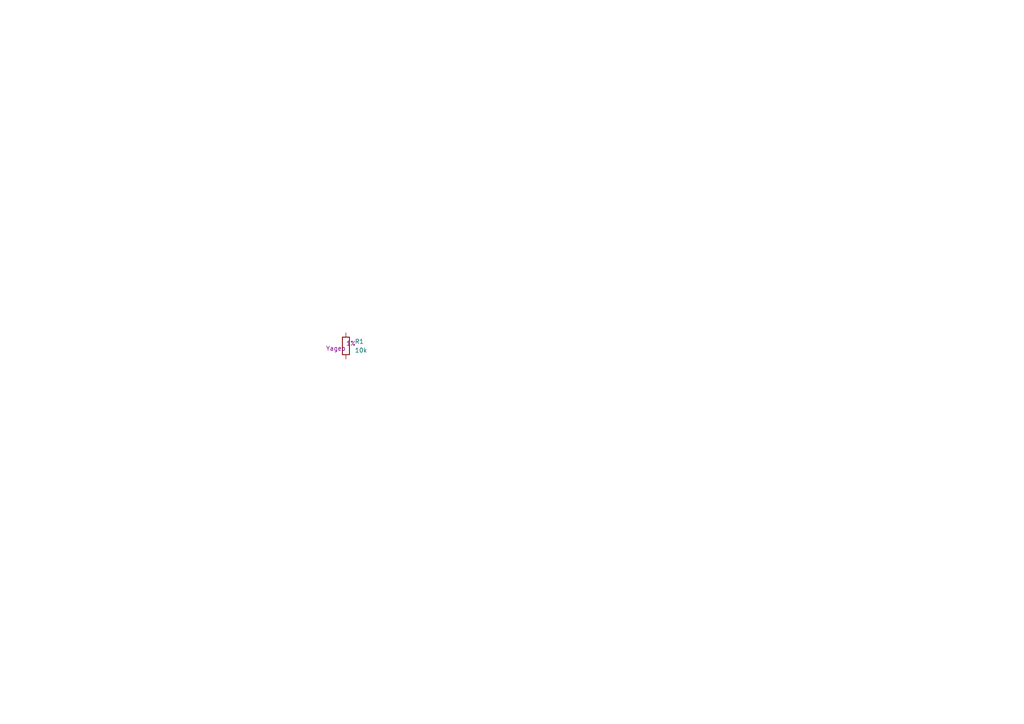
<source format=kicad_sch>
(kicad_sch (version 20250114) (generator "eeschema") (generator_version "9.0")
  (paper "A4")
  (title_block (title "PropertyPreservationTest"))
  (lib_symbols
    (symbol "Device:R" (pin_numbers (hide yes)) (pin_names (offset 0))
      (property "Reference" "R" (at 2.032 0 90))
      (property "Value" "R" (at 0 0 90))
      (symbol "R_0_1"
        (rectangle (start -1.016 -2.54) (end 1.016 2.54) (stroke (width 0.254)))
      )
      (symbol "R_1_1"
        (pin passive line (at 0 3.81 270) (length 1.27) (name "~") (number "1"))
        (pin passive line (at 0 -3.81 90) (length 1.27) (name "~") (number "2"))
      )
    )
  )
  (symbol (lib_id "Device:R") (at 100.33 100.33 0) (unit 1)
    (property "Reference" "R1" (at 102.87 99.0599 0) (effects (justify left)))
    (property "Value" "10k" (at 102.87 101.5999 0) (effects (justify left)))
    (property "Footprint" "Resistor_SMD:R_0603_1608Metric" (effects (hide yes)))
    (property "MPN" "C0603FR-0710KL" (effects (hide yes)))
    (property "Manufacturer" "Yageo" (at 100.33 100.33 0) (effects (justify right top)))
    (property "Tolearnce" "1%" (at 100.33 100.33 0) (effects (justify left bottom)))
  )
)
</source>
